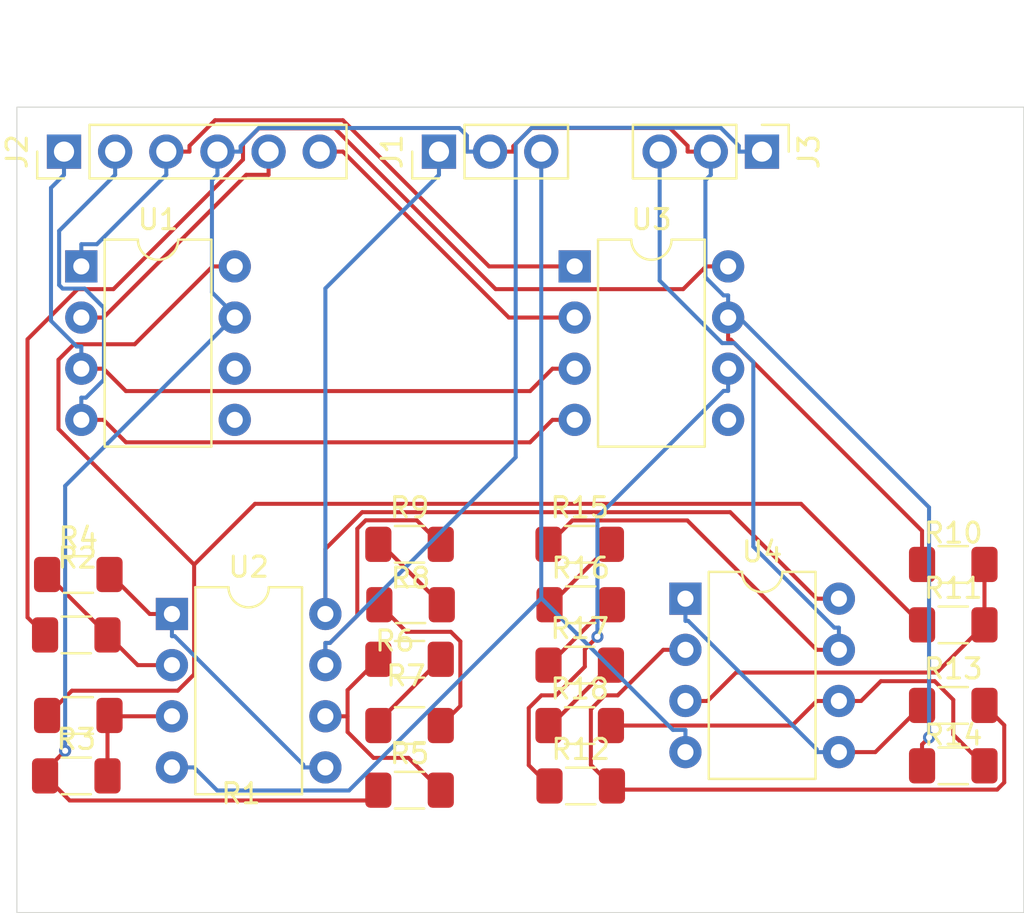
<source format=kicad_pcb>
(kicad_pcb (version 20240108) (generator "pcbnew") (generator_version "8.0")
  (layers (0 "F.Cu" signal) (31 "B.Cu" signal) (34 "B.Paste" user) (35 "F.Paste" user) (36 "B.SilkS" user "B.Silkscreen") (37 "F.SilkS" user "F.Silkscreen") (38 "B.Mask" user) (39 "F.Mask" user) (44 "Edge.Cuts" user))
  (net 0 "")
  (net 1 "GND")
  (net 2 "Net-(U2A-+)")
  (net 4 "Vref1")
  (net 6 "DACOUT1")
  (net 7 "Net-(U2A--)")
  (net 8 "Net-(U2B-+)")
  (net 9 "Net-(U2B--)")
  (net 10 "Net-(R6-Pad2)")
  (net 11 "Net-(R7-Pad2)")
  (net 12 "Net-(R8-Pad2)")
  (net 13 "-15v")
  (net 14 "+15v")
  (net 15 "Net-(U4A-+)")
  (net 16 "CS2")
  (net 17 "SDI")
  (net 18 "5v")
  (net 19 "CS1")
  (net 20 "SCK")
  (net 21 "output1")
  (net 22 "output2")
  (net 23 "DACOUT2")
  (net 24 "Net-(U4A--)")
  (net 26 "Net-(U4B-+)")
  (net 27 "Net-(U4B--)")
  (net 28 "Net-(R15-Pad2)")
  (net 29 "Net-(R16-Pad2)")
  (net 30 "Net-(R17-Pad2)")
  (footprint "Package_DIP:DIP-8_W7.62mm" (layer "F.Cu") (at 131.2 77.7)
    (property "Reference" "U3" (at 3.81 -2.33 0) (layer "F.SilkS"))
    (property "Value" "MCP4822")
    (fp_line (start 1.16 -1.33) (end 1.16 8.95) (stroke (width 0.12)) (layer "F.SilkS"))
    (fp_line (start 1.16 8.95) (end 6.46 8.95) (stroke (width 0.12)) (layer "F.SilkS"))
    (fp_line (start 2.81 -1.33) (end 1.16 -1.33) (stroke (width 0.12)) (layer "F.SilkS"))
    (fp_line (start 6.46 -1.33) (end 4.81 -1.33) (stroke (width 0.12)) (layer "F.SilkS"))
    (fp_line (start 6.46 8.95) (end 6.46 -1.33) (stroke (width 0.12)) (layer "F.SilkS"))
    (fp_arc (start 4.81 -1.33) (mid 3.81 -0.33) (end 2.81 -1.33) (stroke (width 0.12)) (layer "F.SilkS"))
    (pad "1" thru_hole rect (at 0 0) (size 1.6 1.6) (drill 0.8) (layers "*.Cu" "*.Mask") (net 18 "5v"))
    (pad "2" thru_hole oval (at 0 2.54) (size 1.6 1.6) (drill 0.8) (layers "*.Cu" "*.Mask") (net 16 "CS2"))
    (pad "3" thru_hole oval (at 0 5.08) (size 1.6 1.6) (drill 0.8) (layers "*.Cu" "*.Mask") (net 20 "SCK"))
    (pad "4" thru_hole oval (at 0 7.62) (size 1.6 1.6) (drill 0.8) (layers "*.Cu" "*.Mask") (net 17 "SDI"))
    (pad "5" thru_hole oval (at 7.62 7.62) (size 1.6 1.6) (drill 0.8) (layers "*.Cu" "*.Mask"))
    (pad "6" thru_hole oval (at 7.62 5.08) (size 1.6 1.6) (drill 0.8) (layers "*.Cu" "*.Mask") (net 23 "DACOUT2"))
    (pad "7" thru_hole oval (at 7.62 2.54) (size 1.6 1.6) (drill 0.8) (layers "*.Cu" "*.Mask") (net 1 "GND"))
    (pad "8" thru_hole oval (at 7.62 0) (size 1.6 1.6) (drill 0.8) (layers "*.Cu" "*.Mask") (net 6 "DACOUT1"))
  )
  (footprint "Resistor_SMD:R_1206_3216Metric_Pad1.30x1.75mm_HandSolder" (layer "F.Cu") (at 123 97.21)
    (property "Reference" "R6" (at -0.727064 -0.91 0) (layer "F.SilkS"))
    (property "Value" "R")
    (fp_line (start -0.727064 -0.91) (end 0.727064 -0.91) (stroke (width 0.12)) (layer "F.SilkS"))
    (fp_line (start -0.727064 0.91) (end 0.727064 0.91) (stroke (width 0.12)) (layer "F.SilkS"))
    (pad "1" smd roundrect (at -1.55 0) (size 1.3 1.75) (layers "F.Cu" "F.Paste" "F.Mask") (roundrect_rratio 0.192308) (net 9 "Net-(U2B--)"))
    (pad "2" smd roundrect (at 1.55 0) (size 1.3 1.75) (layers "F.Cu" "F.Paste" "F.Mask") (roundrect_rratio 0.192308) (net 10 "Net-(R6-Pad2)"))
  )
  (footprint "Resistor_SMD:R_1206_3216Metric_Pad1.30x1.75mm_HandSolder" (layer "F.Cu") (at 131.45 91.5)
    (property "Reference" "R15" (at 0 -1.82 0) (layer "F.SilkS"))
    (property "Value" "R")
    (fp_line (start -0.727064 -0.91) (end 0.727064 -0.91) (stroke (width 0.12)) (layer "F.SilkS"))
    (fp_line (start -0.727064 0.91) (end 0.727064 0.91) (stroke (width 0.12)) (layer "F.SilkS"))
    (pad "1" smd roundrect (at -1.55 0) (size 1.3 1.75) (layers "F.Cu" "F.Paste" "F.Mask") (roundrect_rratio 0.192308) (net 22 "output2"))
    (pad "2" smd roundrect (at 1.55 0) (size 1.3 1.75) (layers "F.Cu" "F.Paste" "F.Mask") (roundrect_rratio 0.192308) (net 28 "Net-(R15-Pad2)"))
  )
  (footprint "Resistor_SMD:R_1206_3216Metric_Pad1.30x1.75mm_HandSolder" (layer "F.Cu") (at 150 95.5)
    (property "Reference" "R11" (at 0 -1.82 0) (layer "F.SilkS"))
    (property "Value" "R")
    (fp_line (start -0.727064 -0.91) (end 0.727064 -0.91) (stroke (width 0.12)) (layer "F.SilkS"))
    (fp_line (start -0.727064 0.91) (end 0.727064 0.91) (stroke (width 0.12)) (layer "F.SilkS"))
    (pad "1" smd roundrect (at -1.55 0) (size 1.3 1.75) (layers "F.Cu" "F.Paste" "F.Mask") (roundrect_rratio 0.192308) (net 4 "Vref1"))
    (pad "2" smd roundrect (at 1.55 0) (size 1.3 1.75) (layers "F.Cu" "F.Paste" "F.Mask") (roundrect_rratio 0.192308) (net 15 "Net-(U4A-+)"))
  )
  (footprint "Resistor_SMD:R_1206_3216Metric_Pad1.30x1.75mm_HandSolder" (layer "F.Cu") (at 150 92.5)
    (property "Reference" "R10" (at 0 -1.56 0) (layer "F.SilkS"))
    (property "Value" "R")
    (fp_line (start -0.727064 -0.91) (end 0.727064 -0.91) (stroke (width 0.12)) (layer "F.SilkS"))
    (fp_line (start -0.727064 0.91) (end 0.727064 0.91) (stroke (width 0.12)) (layer "F.SilkS"))
    (pad "1" smd roundrect (at -1.55 0) (size 1.3 1.75) (layers "F.Cu" "F.Paste" "F.Mask") (roundrect_rratio 0.192308) (net 1 "GND"))
    (pad "2" smd roundrect (at 1.55 0) (size 1.3 1.75) (layers "F.Cu" "F.Paste" "F.Mask") (roundrect_rratio 0.192308) (net 15 "Net-(U4A-+)"))
  )
  (footprint "Connector_PinHeader_2.54mm:PinHeader_1x03_P2.54mm_Vertical" (layer "F.Cu") (at 140.5 72 -90)
    (property "Reference" "J3" (at 0 -2.33 90) (layer "F.SilkS"))
    (property "Value" "Conn_01x03_Socket")
    (fp_line (start -1.33 6.41) (end 1.33 6.41) (stroke (width 0.12)) (layer "F.SilkS"))
    (fp_line (start -1.33 1.27) (end -1.33 6.41) (stroke (width 0.12)) (layer "F.SilkS"))
    (fp_line (start -1.33 1.27) (end 1.33 1.27) (stroke (width 0.12)) (layer "F.SilkS"))
    (fp_line (start 1.33 1.27) (end 1.33 6.41) (stroke (width 0.12)) (layer "F.SilkS"))
    (fp_line (start -1.33 0) (end -1.33 -1.33) (stroke (width 0.12)) (layer "F.SilkS"))
    (fp_line (start -1.33 -1.33) (end 0 -1.33) (stroke (width 0.12)) (layer "F.SilkS"))
    (pad "1" thru_hole rect (at 0 0 270) (size 1.7 1.7) (drill 1) (layers "*.Cu" "*.Mask") (net 21 "output1"))
    (pad "2" thru_hole oval (at 0 2.54 270) (size 1.7 1.7) (drill 1) (layers "*.Cu" "*.Mask") (net 1 "GND"))
    (pad "3" thru_hole oval (at 0 5.08 270) (size 1.7 1.7) (drill 1) (layers "*.Cu" "*.Mask") (net 22 "output2"))
  )
  (footprint "Resistor_SMD:R_1206_3216Metric_Pad1.30x1.75mm_HandSolder" (layer "F.Cu") (at 106.45 96)
    (property "Reference" "R2" (at 0.05 -3.82 0) (layer "F.SilkS"))
    (property "Value" "R")
    (fp_line (start -0.727064 -0.91) (end 0.727064 -0.91) (stroke (width 0.12)) (layer "F.SilkS"))
    (fp_line (start -0.727064 0.91) (end 0.727064 0.91) (stroke (width 0.12)) (layer "F.SilkS"))
    (pad "1" smd roundrect (at -1.55 0) (size 1.3 1.75) (layers "F.Cu" "F.Paste" "F.Mask") (roundrect_rratio 0.192308) (net 6 "DACOUT1"))
    (pad "2" smd roundrect (at 1.55 0) (size 1.3 1.75) (layers "F.Cu" "F.Paste" "F.Mask") (roundrect_rratio 0.192308) (net 7 "Net-(U2A--)"))
  )
  (footprint "Connector_PinHeader_2.54mm:PinHeader_1x03_P2.54mm_Vertical" (layer "F.Cu") (at 124.46 72 90)
    (property "Reference" "J1" (at 0 -2.33 90) (layer "F.SilkS"))
    (property "Value" "Conn_01x03_Socket")
    (fp_line (start -1.33 -1.33) (end 0 -1.33) (stroke (width 0.12)) (layer "F.SilkS"))
    (fp_line (start -1.33 0) (end -1.33 -1.33) (stroke (width 0.12)) (layer "F.SilkS"))
    (fp_line (start 1.33 1.27) (end 1.33 6.41) (stroke (width 0.12)) (layer "F.SilkS"))
    (fp_line (start -1.33 1.27) (end 1.33 1.27) (stroke (width 0.12)) (layer "F.SilkS"))
    (fp_line (start -1.33 1.27) (end -1.33 6.41) (stroke (width 0.12)) (layer "F.SilkS"))
    (fp_line (start -1.33 6.41) (end 1.33 6.41) (stroke (width 0.12)) (layer "F.SilkS"))
    (pad "1" thru_hole rect (at 0 0 90) (size 1.7 1.7) (drill 1) (layers "*.Cu" "*.Mask") (net 14 "+15v"))
    (pad "2" thru_hole oval (at 0 2.54 90) (size 1.7 1.7) (drill 1) (layers "*.Cu" "*.Mask") (net 1 "GND"))
    (pad "3" thru_hole oval (at 0 5.08 90) (size 1.7 1.7) (drill 1) (layers "*.Cu" "*.Mask") (net 13 "-15v"))
  )
  (footprint "Connector_PinHeader_2.54mm:PinHeader_1x06_P2.54mm_Vertical" (layer "F.Cu") (at 105.84 72 90)
    (property "Reference" "J2" (at 0 -2.33 90) (layer "F.SilkS"))
    (property "Value" "Conn_01x06_Socket")
    (fp_line (start -1.33 -1.33) (end 0 -1.33) (stroke (width 0.12)) (layer "F.SilkS"))
    (fp_line (start -1.33 0) (end -1.33 -1.33) (stroke (width 0.12)) (layer "F.SilkS"))
    (fp_line (start 1.33 1.27) (end 1.33 14.03) (stroke (width 0.12)) (layer "F.SilkS"))
    (fp_line (start -1.33 1.27) (end 1.33 1.27) (stroke (width 0.12)) (layer "F.SilkS"))
    (fp_line (start -1.33 1.27) (end -1.33 14.03) (stroke (width 0.12)) (layer "F.SilkS"))
    (fp_line (start -1.33 14.03) (end 1.33 14.03) (stroke (width 0.12)) (layer "F.SilkS"))
    (pad "1" thru_hole rect (at 0 0 90) (size 1.7 1.7) (drill 1) (layers "*.Cu" "*.Mask") (net 20 "SCK"))
    (pad "2" thru_hole oval (at 0 2.54 90) (size 1.7 1.7) (drill 1) (layers "*.Cu" "*.Mask") (net 17 "SDI"))
    (pad "3" thru_hole oval (at 0 5.08 90) (size 1.7 1.7) (drill 1) (layers "*.Cu" "*.Mask") (net 18 "5v"))
    (pad "4" thru_hole oval (at 0 7.62 90) (size 1.7 1.7) (drill 1) (layers "*.Cu" "*.Mask") (net 1 "GND"))
    (pad "5" thru_hole oval (at 0 10.16 90) (size 1.7 1.7) (drill 1) (layers "*.Cu" "*.Mask") (net 19 "CS1"))
    (pad "6" thru_hole oval (at 0 12.7 90) (size 1.7 1.7) (drill 1) (layers "*.Cu" "*.Mask") (net 16 "CS2"))
  )
  (footprint "Resistor_SMD:R_1206_3216Metric_Pad1.30x1.75mm_HandSolder" (layer "F.Cu") (at 106.55 100)
    (property "Reference" "R1" (at 8.08 3.88 0) (layer "F.SilkS"))
    (property "Value" "R")
    (fp_line (start -0.727064 -0.91) (end 0.727064 -0.91) (stroke (width 0.12)) (layer "F.SilkS"))
    (fp_line (start -0.727064 0.91) (end 0.727064 0.91) (stroke (width 0.12)) (layer "F.SilkS"))
    (pad "1" smd roundrect (at -1.55 0) (size 1.3 1.75) (layers "F.Cu" "F.Paste" "F.Mask") (roundrect_rratio 0.192308) (net 4 "Vref1"))
    (pad "2" smd roundrect (at 1.55 0) (size 1.3 1.75) (layers "F.Cu" "F.Paste" "F.Mask") (roundrect_rratio 0.192308) (net 2 "Net-(U2A-+)"))
  )
  (footprint "Resistor_SMD:R_1206_3216Metric_Pad1.30x1.75mm_HandSolder" (layer "F.Cu") (at 131.45 100.5)
    (property "Reference" "R18" (at 0 -1.82 0) (layer "F.SilkS"))
    (property "Value" "R")
    (fp_line (start -0.727064 -0.91) (end 0.727064 -0.91) (stroke (width 0.12)) (layer "F.SilkS"))
    (fp_line (start -0.727064 0.91) (end 0.727064 0.91) (stroke (width 0.12)) (layer "F.SilkS"))
    (pad "1" smd roundrect (at -1.55 0) (size 1.3 1.75) (layers "F.Cu" "F.Paste" "F.Mask") (roundrect_rratio 0.192308) (net 30 "Net-(R17-Pad2)"))
    (pad "2" smd roundrect (at 1.55 0) (size 1.3 1.75) (layers "F.Cu" "F.Paste" "F.Mask") (roundrect_rratio 0.192308) (net 27 "Net-(U4B--)"))
  )
  (footprint "Package_DIP:DIP-8_W7.62mm" (layer "F.Cu") (at 136.7 94.2)
    (property "Reference" "U4" (at 3.81 -2.33 0) (layer "F.SilkS"))
    (property "Value" "TL082")
    (fp_line (start 1.16 -1.33) (end 1.16 8.95) (stroke (width 0.12)) (layer "F.SilkS"))
    (fp_line (start 1.16 8.95) (end 6.46 8.95) (stroke (width 0.12)) (layer "F.SilkS"))
    (fp_line (start 2.81 -1.33) (end 1.16 -1.33) (stroke (width 0.12)) (layer "F.SilkS"))
    (fp_line (start 6.46 -1.33) (end 4.81 -1.33) (stroke (width 0.12)) (layer "F.SilkS"))
    (fp_line (start 6.46 8.95) (end 6.46 -1.33) (stroke (width 0.12)) (layer "F.SilkS"))
    (fp_arc (start 4.81 -1.33) (mid 3.81 -0.33) (end 2.81 -1.33) (stroke (width 0.12)) (layer "F.SilkS"))
    (pad "1" thru_hole rect (at 0 0) (size 1.6 1.6) (drill 0.8) (layers "*.Cu" "*.Mask") (net 26 "Net-(U4B-+)"))
    (pad "2" thru_hole oval (at 0 2.54) (size 1.6 1.6) (drill 0.8) (layers "*.Cu" "*.Mask") (net 24 "Net-(U4A--)"))
    (pad "3" thru_hole oval (at 0 5.08) (size 1.6 1.6) (drill 0.8) (layers "*.Cu" "*.Mask") (net 15 "Net-(U4A-+)"))
    (pad "4" thru_hole oval (at 0 7.62) (size 1.6 1.6) (drill 0.8) (layers "*.Cu" "*.Mask") (net 13 "-15v"))
    (pad "5" thru_hole oval (at 7.62 7.62) (size 1.6 1.6) (drill 0.8) (layers "*.Cu" "*.Mask") (net 26 "Net-(U4B-+)"))
    (pad "6" thru_hole oval (at 7.62 5.08) (size 1.6 1.6) (drill 0.8) (layers "*.Cu" "*.Mask") (net 27 "Net-(U4B--)"))
    (pad "7" thru_hole oval (at 7.62 2.54) (size 1.6 1.6) (drill 0.8) (layers "*.Cu" "*.Mask") (net 22 "output2"))
    (pad "8" thru_hole oval (at 7.62 0) (size 1.6 1.6) (drill 0.8) (layers "*.Cu" "*.Mask") (net 14 "+15v"))
  )
  (footprint "Resistor_SMD:R_1206_3216Metric_Pad1.30x1.75mm_HandSolder" (layer "F.Cu") (at 123 91.5)
    (property "Reference" "R9" (at 0 -1.82 0) (layer "F.SilkS"))
    (property "Value" "R")
    (fp_line (start -0.727064 -0.91) (end 0.727064 -0.91) (stroke (width 0.12)) (layer "F.SilkS"))
    (fp_line (start -0.727064 0.91) (end 0.727064 0.91) (stroke (width 0.12)) (layer "F.SilkS"))
    (pad "1" smd roundrect (at -1.55 0) (size 1.3 1.75) (layers "F.Cu" "F.Paste" "F.Mask") (roundrect_rratio 0.192308) (net 12 "Net-(R8-Pad2)"))
    (pad "2" smd roundrect (at 1.55 0) (size 1.3 1.75) (layers "F.Cu" "F.Paste" "F.Mask") (roundrect_rratio 0.192308) (net 21 "output1"))
  )
  (footprint "Resistor_SMD:R_1206_3216Metric_Pad1.30x1.75mm_HandSolder" (layer "F.Cu") (at 106.45 103)
    (property "Reference" "R3" (at 0 -1.82 0) (layer "F.SilkS"))
    (property "Value" "R")
    (fp_line (start -0.727064 -0.91) (end 0.727064 -0.91) (stroke (width 0.12)) (layer "F.SilkS"))
    (fp_line (start -0.727064 0.91) (end 0.727064 0.91) (stroke (width 0.12)) (layer "F.SilkS"))
    (pad "1" smd roundrect (at -1.55 0) (size 1.3 1.75) (layers "F.Cu" "F.Paste" "F.Mask") (roundrect_rratio 0.192308) (net 1 "GND"))
    (pad "2" smd roundrect (at 1.55 0) (size 1.3 1.75) (layers "F.Cu" "F.Paste" "F.Mask") (roundrect_rratio 0.192308) (net 2 "Net-(U2A-+)"))
  )
  (footprint "Resistor_SMD:R_1206_3216Metric_Pad1.30x1.75mm_HandSolder" (layer "F.Cu") (at 131.5 94.5)
    (property "Reference" "R16" (at 0 -1.82 0) (layer "F.SilkS"))
    (property "Value" "R")
    (fp_line (start -0.727064 -0.91) (end 0.727064 -0.91) (stroke (width 0.12)) (layer "F.SilkS"))
    (fp_line (start -0.727064 0.91) (end 0.727064 0.91) (stroke (width 0.12)) (layer "F.SilkS"))
    (pad "1" smd roundrect (at -1.55 0) (size 1.3 1.75) (layers "F.Cu" "F.Paste" "F.Mask") (roundrect_rratio 0.192308) (net 28 "Net-(R15-Pad2)"))
    (pad "2" smd roundrect (at 1.55 0) (size 1.3 1.75) (layers "F.Cu" "F.Paste" "F.Mask") (roundrect_rratio 0.192308) (net 29 "Net-(R16-Pad2)"))
  )
  (footprint "Resistor_SMD:R_1206_3216Metric_Pad1.30x1.75mm_HandSolder" (layer "F.Cu") (at 150 99.5)
    (property "Reference" "R13" (at 0 -1.82 0) (layer "F.SilkS"))
    (property "Value" "R")
    (fp_line (start -0.727064 -0.91) (end 0.727064 -0.91) (stroke (width 0.12)) (layer "F.SilkS"))
    (fp_line (start -0.727064 0.91) (end 0.727064 0.91) (stroke (width 0.12)) (layer "F.SilkS"))
    (pad "1" smd roundrect (at -1.55 0) (size 1.3 1.75) (layers "F.Cu" "F.Paste" "F.Mask") (roundrect_rratio 0.192308) (net 26 "Net-(U4B-+)"))
    (pad "2" smd roundrect (at 1.55 0) (size 1.3 1.75) (layers "F.Cu" "F.Paste" "F.Mask") (roundrect_rratio 0.192308) (net 24 "Net-(U4A--)"))
  )
  (footprint "Resistor_SMD:R_1206_3216Metric_Pad1.30x1.75mm_HandSolder" (layer "F.Cu") (at 123.05 94.5)
    (property "Reference" "R8" (at 0 -1.32 0) (layer "F.SilkS"))
    (property "Value" "R")
    (fp_line (start -0.727064 -0.91) (end 0.727064 -0.91) (stroke (width 0.12)) (layer "F.SilkS"))
    (fp_line (start -0.727064 0.91) (end 0.727064 0.91) (stroke (width 0.12)) (layer "F.SilkS"))
    (pad "1" smd roundrect (at -1.55 0) (size 1.3 1.75) (layers "F.Cu" "F.Paste" "F.Mask") (roundrect_rratio 0.192308) (net 11 "Net-(R7-Pad2)"))
    (pad "2" smd roundrect (at 1.55 0) (size 1.3 1.75) (layers "F.Cu" "F.Paste" "F.Mask") (roundrect_rratio 0.192308) (net 12 "Net-(R8-Pad2)"))
  )
  (footprint "Resistor_SMD:R_1206_3216Metric_Pad1.30x1.75mm_HandSolder" (layer "F.Cu") (at 150 102.5)
    (property "Reference" "R14" (at 0 -1.53 0) (layer "F.SilkS"))
    (property "Value" "R")
    (fp_line (start -0.727064 -0.91) (end 0.727064 -0.91) (stroke (width 0.12)) (layer "F.SilkS"))
    (fp_line (start -0.727064 0.91) (end 0.727064 0.91) (stroke (width 0.12)) (layer "F.SilkS"))
    (pad "1" smd roundrect (at -1.55 0) (size 1.3 1.75) (layers "F.Cu" "F.Paste" "F.Mask") (roundrect_rratio 0.192308) (net 1 "GND"))
    (pad "2" smd roundrect (at 1.55 0) (size 1.3 1.75) (layers "F.Cu" "F.Paste" "F.Mask") (roundrect_rratio 0.192308) (net 27 "Net-(U4B--)"))
  )
  (footprint "Resistor_SMD:R_1206_3216Metric_Pad1.30x1.75mm_HandSolder" (layer "F.Cu") (at 123 103.71)
    (property "Reference" "R5" (at 0 -1.82 0) (layer "F.SilkS"))
    (property "Value" "R")
    (fp_line (start -0.727064 -0.91) (end 0.727064 -0.91) (stroke (width 0.12)) (layer "F.SilkS"))
    (fp_line (start -0.727064 0.91) (end 0.727064 0.91) (stroke (width 0.12)) (layer "F.SilkS"))
    (pad "1" smd roundrect (at -1.55 0) (size 1.3 1.75) (layers "F.Cu" "F.Paste" "F.Mask") (roundrect_rratio 0.192308) (net 1 "GND"))
    (pad "2" smd roundrect (at 1.55 0) (size 1.3 1.75) (layers "F.Cu" "F.Paste" "F.Mask") (roundrect_rratio 0.192308) (net 9 "Net-(U2B--)"))
  )
  (footprint "Package_DIP:DIP-8_W7.62mm" (layer "F.Cu") (at 111.2 94.96)
    (property "Reference" "U2" (at 3.81 -2.33 0) (layer "F.SilkS"))
    (property "Value" "TL082")
    (fp_line (start 1.16 -1.33) (end 1.16 8.95) (stroke (width 0.12)) (layer "F.SilkS"))
    (fp_line (start 1.16 8.95) (end 6.46 8.95) (stroke (width 0.12)) (layer "F.SilkS"))
    (fp_line (start 2.81 -1.33) (end 1.16 -1.33) (stroke (width 0.12)) (layer "F.SilkS"))
    (fp_line (start 6.46 -1.33) (end 4.81 -1.33) (stroke (width 0.12)) (layer "F.SilkS"))
    (fp_line (start 6.46 8.95) (end 6.46 -1.33) (stroke (width 0.12)) (layer "F.SilkS"))
    (fp_arc (start 4.81 -1.33) (mid 3.81 -0.33) (end 2.81 -1.33) (stroke (width 0.12)) (layer "F.SilkS"))
    (pad "1" thru_hole rect (at 0 0) (size 1.6 1.6) (drill 0.8) (layers "*.Cu" "*.Mask") (net 8 "Net-(U2B-+)"))
    (pad "2" thru_hole oval (at 0 2.54) (size 1.6 1.6) (drill 0.8) (layers "*.Cu" "*.Mask") (net 7 "Net-(U2A--)"))
    (pad "3" thru_hole oval (at 0 5.08) (size 1.6 1.6) (drill 0.8) (layers "*.Cu" "*.Mask") (net 2 "Net-(U2A-+)"))
    (pad "4" thru_hole oval (at 0 7.62) (size 1.6 1.6) (drill 0.8) (layers "*.Cu" "*.Mask") (net 13 "-15v"))
    (pad "5" thru_hole oval (at 7.62 7.62) (size 1.6 1.6) (drill 0.8) (layers "*.Cu" "*.Mask") (net 8 "Net-(U2B-+)"))
    (pad "6" thru_hole oval (at 7.62 5.08) (size 1.6 1.6) (drill 0.8) (layers "*.Cu" "*.Mask") (net 9 "Net-(U2B--)"))
    (pad "7" thru_hole oval (at 7.62 2.54) (size 1.6 1.6) (drill 0.8) (layers "*.Cu" "*.Mask") (net 21 "output1"))
    (pad "8" thru_hole oval (at 7.62 0) (size 1.6 1.6) (drill 0.8) (layers "*.Cu" "*.Mask") (net 14 "+15v"))
  )
  (footprint "Package_DIP:DIP-8_W7.62mm" (layer "F.Cu") (at 106.7 77.7)
    (property "Reference" "U1" (at 3.81 -2.33 0) (layer "F.SilkS"))
    (property "Value" "MCP4822")
    (fp_line (start 1.16 -1.33) (end 1.16 8.95) (stroke (width 0.12)) (layer "F.SilkS"))
    (fp_line (start 1.16 8.95) (end 6.46 8.95) (stroke (width 0.12)) (layer "F.SilkS"))
    (fp_line (start 2.81 -1.33) (end 1.16 -1.33) (stroke (width 0.12)) (layer "F.SilkS"))
    (fp_line (start 6.46 -1.33) (end 4.81 -1.33) (stroke (width 0.12)) (layer "F.SilkS"))
    (fp_line (start 6.46 8.95) (end 6.46 -1.33) (stroke (width 0.12)) (layer "F.SilkS"))
    (fp_arc (start 4.81 -1.33) (mid 3.81 -0.33) (end 2.81 -1.33) (stroke (width 0.12)) (layer "F.SilkS"))
    (pad "1" thru_hole rect (at 0 0) (size 1.6 1.6) (drill 0.8) (layers "*.Cu" "*.Mask") (net 18 "5v"))
    (pad "2" thru_hole oval (at 0 2.54) (size 1.6 1.6) (drill 0.8) (layers "*.Cu" "*.Mask") (net 19 "CS1"))
    (pad "3" thru_hole oval (at 0 5.08) (size 1.6 1.6) (drill 0.8) (layers "*.Cu" "*.Mask") (net 20 "SCK"))
    (pad "4" thru_hole oval (at 0 7.62) (size 1.6 1.6) (drill 0.8) (layers "*.Cu" "*.Mask") (net 17 "SDI"))
    (pad "5" thru_hole oval (at 7.62 7.62) (size 1.6 1.6) (drill 0.8) (layers "*.Cu" "*.Mask"))
    (pad "6" thru_hole oval (at 7.62 5.08) (size 1.6 1.6) (drill 0.8) (layers "*.Cu" "*.Mask"))
    (pad "7" thru_hole oval (at 7.62 2.54) (size 1.6 1.6) (drill 0.8) (layers "*.Cu" "*.Mask") (net 1 "GND"))
    (pad "8" thru_hole oval (at 7.62 0) (size 1.6 1.6) (drill 0.8) (layers "*.Cu" "*.Mask") (net 4 "Vref1"))
  )
  (footprint "Resistor_SMD:R_1206_3216Metric_Pad1.30x1.75mm_HandSolder" (layer "F.Cu") (at 131.5 103.5)
    (property "Reference" "R12" (at 0 -1.82 0) (layer "F.SilkS"))
    (property "Value" "R")
    (fp_line (start -0.727064 -0.91) (end 0.727064 -0.91) (stroke (width 0.12)) (layer "F.SilkS"))
    (fp_line (start -0.727064 0.91) (end 0.727064 0.91) (stroke (width 0.12)) (layer "F.SilkS"))
    (pad "1" smd roundrect (at -1.55 0) (size 1.3 1.75) (layers "F.Cu" "F.Paste" "F.Mask") (roundrect_rratio 0.192308) (net 23 "DACOUT2"))
    (pad "2" smd roundrect (at 1.55 0) (size 1.3 1.75) (layers "F.Cu" "F.Paste" "F.Mask") (roundrect_rratio 0.192308) (net 24 "Net-(U4A--)"))
  )
  (footprint "Resistor_SMD:R_1206_3216Metric_Pad1.30x1.75mm_HandSolder" (layer "F.Cu") (at 106.55 93)
    (property "Reference" "R4" (at 0 -1.82 0) (layer "F.SilkS"))
    (property "Value" "R")
    (fp_line (start -0.727064 -0.91) (end 0.727064 -0.91) (stroke (width 0.12)) (layer "F.SilkS"))
    (fp_line (start -0.727064 0.91) (end 0.727064 0.91) (stroke (width 0.12)) (layer "F.SilkS"))
    (pad "1" smd roundrect (at -1.55 0) (size 1.3 1.75) (layers "F.Cu" "F.Paste" "F.Mask") (roundrect_rratio 0.192308) (net 7 "Net-(U2A--)"))
    (pad "2" smd roundrect (at 1.55 0) (size 1.3 1.75) (layers "F.Cu" "F.Paste" "F.Mask") (roundrect_rratio 0.192308) (net 8 "Net-(U2B-+)"))
  )
  (footprint "Resistor_SMD:R_1206_3216Metric_Pad1.30x1.75mm_HandSolder" (layer "F.Cu") (at 123 100.5)
    (property "Reference" "R7" (at -0.18 -2.47 0) (layer "F.SilkS"))
    (property "Value" "R")
    (fp_line (start -0.727064 -0.91) (end 0.727064 -0.91) (stroke (width 0.12)) (layer "F.SilkS"))
    (fp_line (start -0.727064 0.91) (end 0.727064 0.91) (stroke (width 0.12)) (layer "F.SilkS"))
    (pad "1" smd roundrect (at -1.55 0) (size 1.3 1.75) (layers "F.Cu" "F.Paste" "F.Mask") (roundrect_rratio 0.192308) (net 10 "Net-(R6-Pad2)"))
    (pad "2" smd roundrect (at 1.55 0) (size 1.3 1.75) (layers "F.Cu" "F.Paste" "F.Mask") (roundrect_rratio 0.192308) (net 11 "Net-(R7-Pad2)"))
  )
  (footprint "Resistor_SMD:R_1206_3216Metric_Pad1.30x1.75mm_HandSolder" (layer "F.Cu") (at 131.45 97.5)
    (property "Reference" "R17" (at 0 -1.82 0) (layer "F.SilkS"))
    (property "Value" "R")
    (fp_line (start -0.727064 -0.91) (end 0.727064 -0.91) (stroke (width 0.12)) (layer "F.SilkS"))
    (fp_line (start -0.727064 0.91) (end 0.727064 0.91) (stroke (width 0.12)) (layer "F.SilkS"))
    (pad "1" smd roundrect (at -1.55 0) (size 1.3 1.75) (layers "F.Cu" "F.Paste" "F.Mask") (roundrect_rratio 0.192308) (net 29 "Net-(R16-Pad2)"))
    (pad "2" smd roundrect (at 1.55 0) (size 1.3 1.75) (layers "F.Cu" "F.Paste" "F.Mask") (roundrect_rratio 0.192308) (net 30 "Net-(R17-Pad2)"))
  )
  (gr_rect (start 103.5 69.79) (end 153.5 109.79) (stroke (width 0.05)) (fill none) (layer "Edge.Cuts"))
  (segment (start 148.7975 101.092) (end 148.45 101.4395) (width 0.2) (layer "F.Cu") (net 1))
  (segment (start 136.808 72) (end 136.808 71.7121) (width 0.2) (layer "F.Cu") (net 1))
  (segment (start 129.056 70.8274) (end 128.152 71.7315) (width 0.2) (layer "F.Cu") (net 1))
  (segment (start 138.958 81.3417) (end 148.45 90.834) (width 0.2) (layer "F.Cu") (net 1))
  (segment (start 106.122 104.222) (end 120.938 104.222) (width 0.2) (layer "F.Cu") (net 1))
  (segment (start 120.938 104.222) (end 121.45 103.71) (width 0.2) (layer "F.Cu") (net 1))
  (segment (start 135.924 70.8274) (end 129.056 70.8274) (width 0.2) (layer "F.Cu") (net 1))
  (segment (start 138.82 80.24) (end 138.82 81.3417) (width 0.2) (layer "F.Cu") (net 1))
  (segment (start 148.45 101.4395) (end 148.45 102.5) (width 0.2) (layer "F.Cu") (net 1))
  (segment (start 148.45 90.834) (end 148.45 92.5) (width 0.2) (layer "F.Cu") (net 1))
  (segment (start 128.152 72) (end 127 72) (width 0.2) (layer "F.Cu") (net 1))
  (segment (start 105.897 101.755) (end 104.9 102.752) (width 0.2) (layer "F.Cu") (net 1))
  (segment (start 137.96 72) (end 136.808 72) (width 0.2) (layer "F.Cu") (net 1))
  (segment (start 128.152 71.7315) (end 128.152 72) (width 0.2) (layer "F.Cu") (net 1))
  (segment (start 104.9 102.752) (end 104.9 103) (width 0.2) (layer "F.Cu") (net 1))
  (segment (start 138.82 81.3417) (end 138.958 81.3417) (width 0.2) (layer "F.Cu") (net 1))
  (segment (start 104.9 103) (end 106.122 104.222) (width 0.2) (layer "F.Cu") (net 1))
  (segment (start 136.808 71.7121) (end 135.924 70.8274) (width 0.2) (layer "F.Cu") (net 1))
  (via (at 148.7975 101.092) (size 0.6) (drill 0.3) (layers "F.Cu" "B.Cu") (net 1))
  (via (at 105.897 101.755) (size 0.6) (drill 0.3) (layers "F.Cu" "B.Cu") (net 1))
  (segment (start 127 72) (end 125.848 72) (width 0.2) (layer "B.Cu") (net 1))
  (segment (start 137.96 73.1517) (end 137.691 73.4211) (width 0.2) (layer "B.Cu") (net 1))
  (segment (start 114.612 71.7315) (end 114.612 72) (width 0.2) (layer "B.Cu") (net 1))
  (segment (start 138.592 79.1383) (end 138.82 79.1383) (width 0.2) (layer "B.Cu") (net 1))
  (segment (start 137.691 73.4211) (end 137.691 78.2372) (width 0.2) (layer "B.Cu") (net 1))
  (segment (start 115.516 70.8274) (end 114.612 71.7315) (width 0.2) (layer "B.Cu") (net 1))
  (segment (start 114.32 80.1178) (end 114.32 80.1789) (width 0.2) (layer "B.Cu") (net 1))
  (segment (start 138.82 79.1383) (end 138.82 79.6891) (width 0.2) (layer "B.Cu") (net 1))
  (segment (start 114.612 72) (end 113.46 72) (width 0.2) (layer "B.Cu") (net 1))
  (segment (start 137.691 78.2372) (end 138.592 79.1383) (width 0.2) (layer "B.Cu") (net 1))
  (segment (start 113.46 73.1517) (end 113.186 73.4256) (width 0.2) (layer "B.Cu") (net 1))
  (segment (start 148.7975 89.6666) (end 148.7975 101.092) (width 0.2) (layer "B.Cu") (net 1))
  (segment (start 105.897 88.6021) (end 105.897 101.755) (width 0.2) (layer "B.Cu") (net 1))
  (segment (start 113.186 78.9839) (end 114.32 80.1178) (width 0.2) (layer "B.Cu") (net 1))
  (segment (start 114.32 80.24) (end 114.32 80.1789) (width 0.2) (layer "B.Cu") (net 1))
  (segment (start 125.468 70.8274) (end 115.516 70.8274) (width 0.2) (layer "B.Cu") (net 1))
  (segment (start 125.848 71.2082) (end 125.468 70.8274) (width 0.2) (layer "B.Cu") (net 1))
  (segment (start 137.96 72) (end 137.96 73.1517) (width 0.2) (layer "B.Cu") (net 1))
  (segment (start 138.82 79.6891) (end 138.82 80.24) (width 0.2) (layer "B.Cu") (net 1))
  (segment (start 113.186 73.4256) (end 113.186 78.9839) (width 0.2) (layer "B.Cu") (net 1))
  (segment (start 113.46 72) (end 113.46 73.1517) (width 0.2) (layer "B.Cu") (net 1))
  (segment (start 138.82 79.6891) (end 148.7975 89.6666) (width 0.2) (layer "B.Cu") (net 1))
  (segment (start 114.32 80.1789) (end 105.897 88.6021) (width 0.2) (layer "B.Cu") (net 1))
  (segment (start 125.848 72) (end 125.848 71.2082) (width 0.2) (layer "B.Cu") (net 1))
  (segment (start 108.1 100.04) (end 108 100.14) (width 0.2) (layer "F.Cu") (net 2))
  (segment (start 108.1 100) (end 108.1 100.04) (width 0.2) (layer "F.Cu") (net 2))
  (segment (start 108 100.14) (end 108 103) (width 0.2) (layer "F.Cu") (net 2))
  (segment (start 111.2 100.04) (end 108.1 100.04) (width 0.2) (layer "F.Cu") (net 2))
  (segment (start 105.565 82.3339) (end 105.565 85.7743) (width 0.2) (layer "F.Cu") (net 4))
  (segment (start 105.565 85.7743) (end 112.302 92.5111) (width 0.2) (layer "F.Cu") (net 4))
  (segment (start 109.352 81.5658) (end 106.333 81.5658) (width 0.2) (layer "F.Cu") (net 4))
  (segment (start 113.218 77.7) (end 109.352 81.5658) (width 0.2) (layer "F.Cu") (net 4))
  (segment (start 112.302 97.9584) (end 111.49 98.77) (width 0.2) (layer "F.Cu") (net 4))
  (segment (start 106.333 81.5658) (end 105.565 82.3339) (width 0.2) (layer "F.Cu") (net 4))
  (segment (start 115.323 89.4901) (end 112.302 92.5111) (width 0.2) (layer "F.Cu") (net 4))
  (segment (start 148.45 95.5) (end 142.44 89.4901) (width 0.2) (layer "F.Cu") (net 4))
  (segment (start 112.302 92.5111) (end 112.302 97.9584) (width 0.2) (layer "F.Cu") (net 4))
  (segment (start 142.44 89.4901) (end 115.323 89.4901) (width 0.2) (layer "F.Cu") (net 4))
  (segment (start 114.32 77.7) (end 113.218 77.7) (width 0.2) (layer "F.Cu") (net 4))
  (segment (start 106.23 98.77) (end 105 100) (width 0.2) (layer "F.Cu") (net 4))
  (segment (start 111.49 98.77) (end 106.23 98.77) (width 0.2) (layer "F.Cu") (net 4))
  (segment (start 127.274 78.8284) (end 119.288 70.8431) (width 0.2) (layer "F.Cu") (net 6))
  (segment (start 114.73 71.6267) (end 114.73 72.3941) (width 0.2) (layer "F.Cu") (net 6))
  (segment (start 138.82 77.7) (end 137.718 77.7) (width 0.2) (layer "F.Cu") (net 6))
  (segment (start 108.296 78.8284) (end 106.519 78.8284) (width 0.2) (layer "F.Cu") (net 6))
  (segment (start 119.288 70.8431) (end 115.514 70.8431) (width 0.2) (layer "F.Cu") (net 6))
  (segment (start 114.73 72.3941) (end 108.296 78.8284) (width 0.2) (layer "F.Cu") (net 6))
  (segment (start 115.514 70.8431) (end 114.73 71.6267) (width 0.2) (layer "F.Cu") (net 6))
  (segment (start 137.718 77.7) (end 136.59 78.8284) (width 0.2) (layer "F.Cu") (net 6))
  (segment (start 136.59 78.8284) (end 127.274 78.8284) (width 0.2) (layer "F.Cu") (net 6))
  (segment (start 104.028 81.3195) (end 104.028 95.1276) (width 0.2) (layer "F.Cu") (net 6))
  (segment (start 106.519 78.8284) (end 104.028 81.3195) (width 0.2) (layer "F.Cu") (net 6))
  (segment (start 104.028 95.1276) (end 104.9 96) (width 0.2) (layer "F.Cu") (net 6))
  (segment (start 109.5 97.5) (end 108 96) (width 0.2) (layer "F.Cu") (net 7))
  (segment (start 111.2 97.5) (end 109.5 97.5) (width 0.2) (layer "F.Cu") (net 7))
  (segment (start 108 96) (end 105 93) (width 0.2) (layer "F.Cu") (net 7))
  (segment (start 108.138 93) (end 108.1 93) (width 0.2) (layer "F.Cu") (net 8))
  (segment (start 111.2 94.96) (end 110.098 94.96) (width 0.2) (layer "F.Cu") (net 8))
  (segment (start 110.098 94.96) (end 108.138 93) (width 0.2) (layer "F.Cu") (net 8))
  (segment (start 111.338 96.0617) (end 117.718 102.442) (width 0.2) (layer "B.Cu") (net 8))
  (segment (start 117.718 102.58) (end 118.82 102.58) (width 0.2) (layer "B.Cu") (net 8))
  (segment (start 117.718 102.442) (end 117.718 102.58) (width 0.2) (layer "B.Cu") (net 8))
  (segment (start 111.2 94.96) (end 111.2 96.0617) (width 0.2) (layer "B.Cu") (net 8))
  (segment (start 111.2 96.0617) (end 111.338 96.0617) (width 0.2) (layer "B.Cu") (net 8))
  (segment (start 124.55 103.71) (end 122.945 102.105) (width 0.2) (layer "F.Cu") (net 9))
  (segment (start 122.945 102.105) (end 121.208 102.105) (width 0.2) (layer "F.Cu") (net 9))
  (segment (start 119.922 100.819) (end 119.922 100.04) (width 0.2) (layer "F.Cu") (net 9))
  (segment (start 119.922 98.7383) (end 119.922 100.04) (width 0.2) (layer "F.Cu") (net 9))
  (segment (start 121.208 102.105) (end 119.922 100.819) (width 0.2) (layer "F.Cu") (net 9))
  (segment (start 118.82 100.04) (end 119.922 100.04) (width 0.2) (layer "F.Cu") (net 9))
  (segment (start 121.45 97.21) (end 119.922 98.7383) (width 0.2) (layer "F.Cu") (net 9))
  (segment (start 121.45 100.31) (end 121.45 100.5) (width 0.2) (layer "F.Cu") (net 10))
  (segment (start 124.55 97.21) (end 121.45 100.31) (width 0.2) (layer "F.Cu") (net 10))
  (segment (start 124.55 100.5) (end 125.522 99.5283) (width 0.2) (layer "F.Cu") (net 11))
  (segment (start 125.522 96.3186) (end 125.049 95.8462) (width 0.2) (layer "F.Cu") (net 11))
  (segment (start 125.049 95.8462) (end 122.846 95.8462) (width 0.2) (layer "F.Cu") (net 11))
  (segment (start 125.522 99.5283) (end 125.522 96.3186) (width 0.2) (layer "F.Cu") (net 11))
  (segment (start 122.846 95.8462) (end 121.5 94.5) (width 0.2) (layer "F.Cu") (net 11))
  (segment (start 124.6 94.5) (end 121.6 91.5) (width 0.2) (layer "F.Cu") (net 12))
  (segment (start 121.6 91.5) (end 121.45 91.5) (width 0.2) (layer "F.Cu") (net 12))
  (segment (start 113.446 103.725) (end 119.992 103.725) (width 0.2) (layer "B.Cu") (net 13))
  (segment (start 136.7 100.718) (end 136.7 101.82) (width 0.2) (layer "B.Cu") (net 13))
  (segment (start 119.992 103.725) (end 129.54 94.1762) (width 0.2) (layer "B.Cu") (net 13))
  (segment (start 129.54 94.1762) (end 136.082 100.718) (width 0.2) (layer "B.Cu") (net 13))
  (segment (start 112.302 102.58) (end 113.446 103.725) (width 0.2) (layer "B.Cu") (net 13))
  (segment (start 136.082 100.718) (end 136.7 100.718) (width 0.2) (layer "B.Cu") (net 13))
  (segment (start 129.54 72) (end 129.54 94.1762) (width 0.2) (layer "B.Cu") (net 13))
  (segment (start 111.2 102.58) (end 112.302 102.58) (width 0.2) (layer "B.Cu") (net 13))
  (segment (start 118.82 91.7314) (end 120.647 89.9046) (width 0.2) (layer "F.Cu") (net 14))
  (segment (start 118.82 94.96) (end 118.82 91.7314) (width 0.2) (layer "F.Cu") (net 14))
  (segment (start 138.923 89.9046) (end 143.218 94.2) (width 0.2) (layer "F.Cu") (net 14))
  (segment (start 143.218 94.2) (end 144.32 94.2) (width 0.2) (layer "F.Cu") (net 14))
  (segment (start 120.647 89.9046) (end 138.923 89.9046) (width 0.2) (layer "F.Cu") (net 14))
  (segment (start 118.82 78.7917) (end 118.82 94.96) (width 0.2) (layer "B.Cu") (net 14))
  (segment (start 124.46 72) (end 124.46 73.1517) (width 0.2) (layer "B.Cu") (net 14))
  (segment (start 124.46 73.1517) (end 118.82 78.7917) (width 0.2) (layer "B.Cu") (net 14))
  (segment (start 151.55 95.5) (end 149.182 97.8684) (width 0.2) (layer "F.Cu") (net 15))
  (segment (start 137.802 99.28) (end 136.7 99.28) (width 0.2) (layer "F.Cu") (net 15))
  (segment (start 151.55 92.5) (end 151.55 95.5) (width 0.2) (layer "F.Cu") (net 15))
  (segment (start 149.182 97.8684) (end 139.213 97.8684) (width 0.2) (layer "F.Cu") (net 15))
  (segment (start 139.213 97.8684) (end 137.802 99.28) (width 0.2) (layer "F.Cu") (net 15))
  (segment (start 127.932 80.24) (end 131.2 80.24) (width 0.2) (layer "F.Cu") (net 16))
  (segment (start 118.54 72) (end 119.692 72) (width 0.2) (layer "F.Cu") (net 16))
  (segment (start 119.692 72) (end 127.932 80.24) (width 0.2) (layer "F.Cu") (net 16))
  (segment (start 107.802 85.32) (end 106.7 85.32) (width 0.2) (layer "F.Cu") (net 17))
  (segment (start 130.098 85.32) (end 128.983 86.4352) (width 0.2) (layer "F.Cu") (net 17))
  (segment (start 131.2 85.32) (end 130.098 85.32) (width 0.2) (layer "F.Cu") (net 17))
  (segment (start 128.983 86.4352) (end 108.917 86.4352) (width 0.2) (layer "F.Cu") (net 17))
  (segment (start 108.917 86.4352) (end 107.802 85.32) (width 0.2) (layer "F.Cu") (net 17))
  (segment (start 106.867 78.8017) (end 107.822 79.7564) (width 0.2) (layer "B.Cu") (net 17))
  (segment (start 105.598 75.9334) (end 105.598 78.625) (width 0.2) (layer "B.Cu") (net 17))
  (segment (start 108.38 72) (end 108.38 73.1517) (width 0.2) (layer "B.Cu") (net 17))
  (segment (start 105.598 78.625) (end 105.775 78.8017) (width 0.2) (layer "B.Cu") (net 17))
  (segment (start 106.7 84.2183) (end 106.7 85.32) (width 0.2) (layer "B.Cu") (net 17))
  (segment (start 107.822 79.7564) (end 107.822 83.3251) (width 0.2) (layer "B.Cu") (net 17))
  (segment (start 107.822 83.3251) (end 106.928 84.2183) (width 0.2) (layer "B.Cu") (net 17))
  (segment (start 106.928 84.2183) (end 106.7 84.2183) (width 0.2) (layer "B.Cu") (net 17))
  (segment (start 108.38 73.1517) (end 105.598 75.9334) (width 0.2) (layer "B.Cu") (net 17))
  (segment (start 105.775 78.8017) (end 106.867 78.8017) (width 0.2) (layer "B.Cu") (net 17))
  (segment (start 113.342 70.4414) (end 112.072 71.7121) (width 0.2) (layer "F.Cu") (net 18))
  (segment (start 112.072 72) (end 110.92 72) (width 0.2) (layer "F.Cu") (net 18))
  (segment (start 126.949 77.7) (end 119.69 70.4414) (width 0.2) (layer "F.Cu") (net 18))
  (segment (start 119.69 70.4414) (end 113.342 70.4414) (width 0.2) (layer "F.Cu") (net 18))
  (segment (start 131.2 77.7) (end 126.949 77.7) (width 0.2) (layer "F.Cu") (net 18))
  (segment (start 112.072 71.7121) (end 112.072 72) (width 0.2) (layer "F.Cu") (net 18))
  (segment (start 110.92 73.1517) (end 107.473 76.5983) (width 0.2) (layer "B.Cu") (net 18))
  (segment (start 107.473 76.5983) (end 106.7 76.5983) (width 0.2) (layer "B.Cu") (net 18))
  (segment (start 106.7 76.5983) (end 106.7 77.7) (width 0.2) (layer "B.Cu") (net 18))
  (segment (start 110.92 72) (end 110.92 73.1517) (width 0.2) (layer "B.Cu") (net 18))
  (segment (start 116 73.1517) (end 116 72) (width 0.2) (layer "F.Cu") (net 19))
  (segment (start 107.802 80.24) (end 114.89 73.1517) (width 0.2) (layer "F.Cu") (net 19))
  (segment (start 114.89 73.1517) (end 116 73.1517) (width 0.2) (layer "F.Cu") (net 19))
  (segment (start 106.7 80.24) (end 107.802 80.24) (width 0.2) (layer "F.Cu") (net 19))
  (segment (start 107.802 82.78) (end 106.7 82.78) (width 0.2) (layer "F.Cu") (net 20))
  (segment (start 128.987 83.8912) (end 108.913 83.8912) (width 0.2) (layer "F.Cu") (net 20))
  (segment (start 130.098 82.78) (end 128.987 83.8912) (width 0.2) (layer "F.Cu") (net 20))
  (segment (start 108.913 83.8912) (end 107.802 82.78) (width 0.2) (layer "F.Cu") (net 20))
  (segment (start 131.2 82.78) (end 130.098 82.78) (width 0.2) (layer "F.Cu") (net 20))
  (segment (start 105.84 72) (end 105.84 73.1517) (width 0.2) (layer "B.Cu") (net 20))
  (segment (start 105.194 80.4001) (end 106.472 81.6783) (width 0.2) (layer "B.Cu") (net 20))
  (segment (start 105.84 73.1517) (end 105.194 73.7982) (width 0.2) (layer "B.Cu") (net 20))
  (segment (start 106.472 81.6783) (end 106.7 81.6783) (width 0.2) (layer "B.Cu") (net 20))
  (segment (start 106.7 81.6783) (end 106.7 82.78) (width 0.2) (layer "B.Cu") (net 20))
  (segment (start 105.194 73.7982) (end 105.194 80.4001) (width 0.2) (layer "B.Cu") (net 20))
  (segment (start 118.82 97.5) (end 118.82 96.3983) (width 0.2) (layer "F.Cu") (net 21))
  (segment (start 118.82 96.3983) (end 119.048 96.3983) (width 0.2) (layer "F.Cu") (net 21))
  (segment (start 119.048 96.3983) (end 120.405 95.0419) (width 0.2) (layer "F.Cu") (net 21))
  (segment (start 120.823 90.3091) (end 123.359 90.3091) (width 0.2) (layer "F.Cu") (net 21))
  (segment (start 123.359 90.3091) (end 124.55 91.5) (width 0.2) (layer "F.Cu") (net 21))
  (segment (start 120.405 90.7273) (end 120.823 90.3091) (width 0.2) (layer "F.Cu") (net 21))
  (segment (start 120.405 95.0419) (end 120.405 90.7273) (width 0.2) (layer "F.Cu") (net 21))
  (segment (start 140.5 72) (end 139.348 72) (width 0.2) (layer "B.Cu") (net 21))
  (segment (start 119.048 96.3983) (end 118.82 96.3983) (width 0.2) (layer "B.Cu") (net 21))
  (segment (start 138.453 70.8165) (end 129.069 70.8165) (width 0.2) (layer "B.Cu") (net 21))
  (segment (start 139.348 71.7121) (end 138.453 70.8165) (width 0.2) (layer "B.Cu") (net 21))
  (segment (start 128.27 71.6158) (end 128.27 87.1766) (width 0.2) (layer "B.Cu") (net 21))
  (segment (start 139.348 72) (end 139.348 71.7121) (width 0.2) (layer "B.Cu") (net 21))
  (segment (start 118.82 96.3983) (end 118.82 97.5) (width 0.2) (layer "B.Cu") (net 21))
  (segment (start 128.27 87.1766) (end 119.048 96.3983) (width 0.2) (layer "B.Cu") (net 21))
  (segment (start 129.069 70.8165) (end 128.27 71.6158) (width 0.2) (layer "B.Cu") (net 21))
  (segment (start 131.086 90.3143) (end 129.9 91.5) (width 0.2) (layer "F.Cu") (net 22))
  (segment (start 143.218 96.74) (end 136.793 90.3143) (width 0.2) (layer "F.Cu") (net 22))
  (segment (start 144.32 96.74) (end 143.218 96.74) (width 0.2) (layer "F.Cu") (net 22))
  (segment (start 136.793 90.3143) (end 131.086 90.3143) (width 0.2) (layer "F.Cu") (net 22))
  (segment (start 140.071 91.6172) (end 144.092 95.6383) (width 0.2) (layer "B.Cu") (net 22))
  (segment (start 144.32 95.6383) (end 144.32 96.74) (width 0.2) (layer "B.Cu") (net 22))
  (segment (start 144.092 95.6383) (end 144.32 95.6383) (width 0.2) (layer "B.Cu") (net 22))
  (segment (start 135.42 78.4052) (end 138.525 81.51) (width 0.2) (layer "B.Cu") (net 22))
  (segment (start 135.42 72) (end 135.42 78.4052) (width 0.2) (layer "B.Cu") (net 22))
  (segment (start 139.135 81.51) (end 140.071 82.4453) (width 0.2) (layer "B.Cu") (net 22))
  (segment (start 138.525 81.51) (end 139.135 81.51) (width 0.2) (layer "B.Cu") (net 22))
  (segment (start 140.071 82.4453) (end 140.071 91.6172) (width 0.2) (layer "B.Cu") (net 22))
  (segment (start 128.92 102.47) (end 128.92 99.6284) (width 0.2) (layer "F.Cu") (net 23))
  (segment (start 131.704 96.7167) (end 132.33 96.0908) (width 0.2) (layer "F.Cu") (net 23))
  (segment (start 131.704 97.5773) (end 131.704 96.7167) (width 0.2) (layer "F.Cu") (net 23))
  (segment (start 130.281 99) (end 131.704 97.5773) (width 0.2) (layer "F.Cu") (net 23))
  (segment (start 129.548 99) (end 130.281 99) (width 0.2) (layer "F.Cu") (net 23))
  (segment (start 129.95 103.5) (end 128.92 102.47) (width 0.2) (layer "F.Cu") (net 23))
  (segment (start 128.92 99.6284) (end 129.548 99) (width 0.2) (layer "F.Cu") (net 23))
  (via (at 132.33 96.0908) (size 0.6) (drill 0.3) (layers "F.Cu" "B.Cu") (net 23))
  (segment (start 132.33 90.1436) (end 132.33 96.0908) (width 0.2) (layer "B.Cu") (net 23))
  (segment (start 138.82 82.78) (end 138.82 83.8817) (width 0.2) (layer "B.Cu") (net 23))
  (segment (start 138.82 83.8817) (end 138.592 83.8817) (width 0.2) (layer "B.Cu") (net 23))
  (segment (start 138.592 83.8817) (end 132.33 90.1436) (width 0.2) (layer "B.Cu") (net 23))
  (segment (start 152.531 100.481) (end 152.531 103.328) (width 0.2) (layer "F.Cu") (net 24))
  (segment (start 151.55 99.5) (end 152.531 100.481) (width 0.2) (layer "F.Cu") (net 24))
  (segment (start 152.531 103.328) (end 152.178 103.682) (width 0.2) (layer "F.Cu") (net 24))
  (segment (start 136.7 96.74) (end 135.598 96.74) (width 0.2) (layer "F.Cu") (net 24))
  (segment (start 132.004 99.6896) (end 132.004 102.454) (width 0.2) (layer "F.Cu") (net 24))
  (segment (start 133.232 103.682) (end 133.05 103.5) (width 0.2) (layer "F.Cu") (net 24))
  (segment (start 132.004 102.454) (end 133.05 103.5) (width 0.2) (layer "F.Cu") (net 24))
  (segment (start 152.178 103.682) (end 133.232 103.682) (width 0.2) (layer "F.Cu") (net 24))
  (segment (start 132.694 99) (end 132.004 99.6896) (width 0.2) (layer "F.Cu") (net 24))
  (segment (start 135.598 96.74) (end 133.338 99) (width 0.2) (layer "F.Cu") (net 24))
  (segment (start 133.338 99) (end 132.694 99) (width 0.2) (layer "F.Cu") (net 24))
  (segment (start 148.45 99.5) (end 146.13 101.82) (width 0.2) (layer "F.Cu") (net 26))
  (segment (start 146.13 101.82) (end 144.32 101.82) (width 0.2) (layer "F.Cu") (net 26))
  (segment (start 144.32 101.82) (end 143.218 101.82) (width 0.2) (layer "B.Cu") (net 26))
  (segment (start 136.7 95.3017) (end 136.7 94.2) (width 0.2) (layer "B.Cu") (net 26))
  (segment (start 143.218 101.82) (end 143.218 101.682) (width 0.2) (layer "B.Cu") (net 26))
  (segment (start 143.218 101.682) (end 136.838 95.3017) (width 0.2) (layer "B.Cu") (net 26))
  (segment (start 136.838 95.3017) (end 136.7 95.3017) (width 0.2) (layer "B.Cu") (net 26))
  (segment (start 151.55 102.5) (end 150 100.95) (width 0.2) (layer "F.Cu") (net 27))
  (segment (start 150 99.2205) (end 149.076 98.2963) (width 0.2) (layer "F.Cu") (net 27))
  (segment (start 150 100.95) (end 150 99.2205) (width 0.2) (layer "F.Cu") (net 27))
  (segment (start 146.405 98.2963) (end 145.422 99.28) (width 0.2) (layer "F.Cu") (net 27))
  (segment (start 149.076 98.2963) (end 146.405 98.2963) (width 0.2) (layer "F.Cu") (net 27))
  (segment (start 141.998 100.5) (end 143.218 99.28) (width 0.2) (layer "F.Cu") (net 27))
  (segment (start 133 100.5) (end 141.998 100.5) (width 0.2) (layer "F.Cu") (net 27))
  (segment (start 143.218 99.28) (end 144.32 99.28) (width 0.2) (layer "F.Cu") (net 27))
  (segment (start 145.422 99.28) (end 144.32 99.28) (width 0.2) (layer "F.Cu") (net 27))
  (segment (start 130 94.5) (end 129.95 94.5) (width 0.2) (layer "F.Cu") (net 28))
  (segment (start 133 91.5) (end 130 94.5) (width 0.2) (layer "F.Cu") (net 28))
  (segment (start 132.9 94.5) (end 133.05 94.5) (width 0.2) (layer "F.Cu") (net 29))
  (segment (start 129.9 97.5) (end 132.9 94.5) (width 0.2) (layer "F.Cu") (net 29))
  (segment (start 133 97.5) (end 130 100.5) (width 0.2) (layer "F.Cu") (net 30))
  (segment (start 130 100.5) (end 129.9 100.5) (width 0.2) (layer "F.Cu") (net 30))
)
</source>
